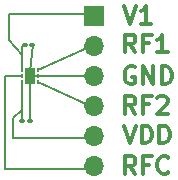
<source format=gbr>
%TF.GenerationSoftware,KiCad,Pcbnew,7.0.5-0*%
%TF.CreationDate,2024-06-02T16:21:38-07:00*%
%TF.ProjectId,PE42424A,50453432-3432-4344-912e-6b696361645f,rev?*%
%TF.SameCoordinates,Original*%
%TF.FileFunction,Copper,L1,Top*%
%TF.FilePolarity,Positive*%
%FSLAX46Y46*%
G04 Gerber Fmt 4.6, Leading zero omitted, Abs format (unit mm)*
G04 Created by KiCad (PCBNEW 7.0.5-0) date 2024-06-02 16:21:38*
%MOMM*%
%LPD*%
G01*
G04 APERTURE LIST*
G04 Aperture macros list*
%AMRoundRect*
0 Rectangle with rounded corners*
0 $1 Rounding radius*
0 $2 $3 $4 $5 $6 $7 $8 $9 X,Y pos of 4 corners*
0 Add a 4 corners polygon primitive as box body*
4,1,4,$2,$3,$4,$5,$6,$7,$8,$9,$2,$3,0*
0 Add four circle primitives for the rounded corners*
1,1,$1+$1,$2,$3*
1,1,$1+$1,$4,$5*
1,1,$1+$1,$6,$7*
1,1,$1+$1,$8,$9*
0 Add four rect primitives between the rounded corners*
20,1,$1+$1,$2,$3,$4,$5,0*
20,1,$1+$1,$4,$5,$6,$7,0*
20,1,$1+$1,$6,$7,$8,$9,0*
20,1,$1+$1,$8,$9,$2,$3,0*%
G04 Aperture macros list end*
%TA.AperFunction,NonConductor*%
%ADD10C,0.200000*%
%TD*%
%ADD11C,0.300000*%
%TA.AperFunction,NonConductor*%
%ADD12C,0.300000*%
%TD*%
%TA.AperFunction,SMDPad,CuDef*%
%ADD13R,0.279400X0.355600*%
%TD*%
%TA.AperFunction,SMDPad,CuDef*%
%ADD14R,0.812800X1.397000*%
%TD*%
%TA.AperFunction,SMDPad,CuDef*%
%ADD15RoundRect,0.100000X-0.130000X-0.100000X0.130000X-0.100000X0.130000X0.100000X-0.130000X0.100000X0*%
%TD*%
%TA.AperFunction,ComponentPad*%
%ADD16R,1.700000X1.700000*%
%TD*%
%TA.AperFunction,ComponentPad*%
%ADD17O,1.700000X1.700000*%
%TD*%
%TA.AperFunction,Conductor*%
%ADD18C,0.000000*%
%TD*%
%TA.AperFunction,Conductor*%
%ADD19C,0.200000*%
%TD*%
G04 APERTURE END LIST*
D10*
X106400000Y-75300000D02*
X106700000Y-75300000D01*
X104300000Y-70100000D02*
X110800000Y-70100000D01*
X104600000Y-78900000D02*
X104600000Y-80600000D01*
X105400000Y-75800000D02*
X105400000Y-79100000D01*
X105400000Y-78200000D02*
X104600000Y-78900000D01*
X105400000Y-75300000D02*
X104000000Y-75300000D01*
X104300000Y-72300000D02*
X104300000Y-70100000D01*
X106800000Y-74800000D02*
X110900000Y-72900000D01*
X104600000Y-80600000D02*
X110900000Y-80600000D01*
X105400000Y-73500000D02*
X104300000Y-72300000D01*
X106300000Y-72700000D02*
X106100000Y-74900000D01*
X106800000Y-75800000D02*
X110800000Y-77700000D01*
X104000000Y-75300000D02*
X104000000Y-83200000D01*
X106100000Y-79000000D02*
X106100000Y-75900000D01*
X104000000Y-83200000D02*
X111000000Y-83200000D01*
D11*
D12*
X115011653Y-73300828D02*
X114511653Y-72586542D01*
X114154510Y-73300828D02*
X114154510Y-71800828D01*
X114154510Y-71800828D02*
X114725939Y-71800828D01*
X114725939Y-71800828D02*
X114868796Y-71872257D01*
X114868796Y-71872257D02*
X114940225Y-71943685D01*
X114940225Y-71943685D02*
X115011653Y-72086542D01*
X115011653Y-72086542D02*
X115011653Y-72300828D01*
X115011653Y-72300828D02*
X114940225Y-72443685D01*
X114940225Y-72443685D02*
X114868796Y-72515114D01*
X114868796Y-72515114D02*
X114725939Y-72586542D01*
X114725939Y-72586542D02*
X114154510Y-72586542D01*
X116154510Y-72515114D02*
X115654510Y-72515114D01*
X115654510Y-73300828D02*
X115654510Y-71800828D01*
X115654510Y-71800828D02*
X116368796Y-71800828D01*
X117725939Y-73300828D02*
X116868796Y-73300828D01*
X117297367Y-73300828D02*
X117297367Y-71800828D01*
X117297367Y-71800828D02*
X117154510Y-72015114D01*
X117154510Y-72015114D02*
X117011653Y-72157971D01*
X117011653Y-72157971D02*
X116868796Y-72229400D01*
D11*
D12*
X114040225Y-79500828D02*
X114540225Y-81000828D01*
X114540225Y-81000828D02*
X115040225Y-79500828D01*
X115540224Y-81000828D02*
X115540224Y-79500828D01*
X115540224Y-79500828D02*
X115897367Y-79500828D01*
X115897367Y-79500828D02*
X116111653Y-79572257D01*
X116111653Y-79572257D02*
X116254510Y-79715114D01*
X116254510Y-79715114D02*
X116325939Y-79857971D01*
X116325939Y-79857971D02*
X116397367Y-80143685D01*
X116397367Y-80143685D02*
X116397367Y-80357971D01*
X116397367Y-80357971D02*
X116325939Y-80643685D01*
X116325939Y-80643685D02*
X116254510Y-80786542D01*
X116254510Y-80786542D02*
X116111653Y-80929400D01*
X116111653Y-80929400D02*
X115897367Y-81000828D01*
X115897367Y-81000828D02*
X115540224Y-81000828D01*
X117040224Y-81000828D02*
X117040224Y-79500828D01*
X117040224Y-79500828D02*
X117397367Y-79500828D01*
X117397367Y-79500828D02*
X117611653Y-79572257D01*
X117611653Y-79572257D02*
X117754510Y-79715114D01*
X117754510Y-79715114D02*
X117825939Y-79857971D01*
X117825939Y-79857971D02*
X117897367Y-80143685D01*
X117897367Y-80143685D02*
X117897367Y-80357971D01*
X117897367Y-80357971D02*
X117825939Y-80643685D01*
X117825939Y-80643685D02*
X117754510Y-80786542D01*
X117754510Y-80786542D02*
X117611653Y-80929400D01*
X117611653Y-80929400D02*
X117397367Y-81000828D01*
X117397367Y-81000828D02*
X117040224Y-81000828D01*
D11*
D12*
X114940225Y-74572257D02*
X114797368Y-74500828D01*
X114797368Y-74500828D02*
X114583082Y-74500828D01*
X114583082Y-74500828D02*
X114368796Y-74572257D01*
X114368796Y-74572257D02*
X114225939Y-74715114D01*
X114225939Y-74715114D02*
X114154510Y-74857971D01*
X114154510Y-74857971D02*
X114083082Y-75143685D01*
X114083082Y-75143685D02*
X114083082Y-75357971D01*
X114083082Y-75357971D02*
X114154510Y-75643685D01*
X114154510Y-75643685D02*
X114225939Y-75786542D01*
X114225939Y-75786542D02*
X114368796Y-75929400D01*
X114368796Y-75929400D02*
X114583082Y-76000828D01*
X114583082Y-76000828D02*
X114725939Y-76000828D01*
X114725939Y-76000828D02*
X114940225Y-75929400D01*
X114940225Y-75929400D02*
X115011653Y-75857971D01*
X115011653Y-75857971D02*
X115011653Y-75357971D01*
X115011653Y-75357971D02*
X114725939Y-75357971D01*
X115654510Y-76000828D02*
X115654510Y-74500828D01*
X115654510Y-74500828D02*
X116511653Y-76000828D01*
X116511653Y-76000828D02*
X116511653Y-74500828D01*
X117225939Y-76000828D02*
X117225939Y-74500828D01*
X117225939Y-74500828D02*
X117583082Y-74500828D01*
X117583082Y-74500828D02*
X117797368Y-74572257D01*
X117797368Y-74572257D02*
X117940225Y-74715114D01*
X117940225Y-74715114D02*
X118011654Y-74857971D01*
X118011654Y-74857971D02*
X118083082Y-75143685D01*
X118083082Y-75143685D02*
X118083082Y-75357971D01*
X118083082Y-75357971D02*
X118011654Y-75643685D01*
X118011654Y-75643685D02*
X117940225Y-75786542D01*
X117940225Y-75786542D02*
X117797368Y-75929400D01*
X117797368Y-75929400D02*
X117583082Y-76000828D01*
X117583082Y-76000828D02*
X117225939Y-76000828D01*
D11*
D12*
X115011653Y-83600828D02*
X114511653Y-82886542D01*
X114154510Y-83600828D02*
X114154510Y-82100828D01*
X114154510Y-82100828D02*
X114725939Y-82100828D01*
X114725939Y-82100828D02*
X114868796Y-82172257D01*
X114868796Y-82172257D02*
X114940225Y-82243685D01*
X114940225Y-82243685D02*
X115011653Y-82386542D01*
X115011653Y-82386542D02*
X115011653Y-82600828D01*
X115011653Y-82600828D02*
X114940225Y-82743685D01*
X114940225Y-82743685D02*
X114868796Y-82815114D01*
X114868796Y-82815114D02*
X114725939Y-82886542D01*
X114725939Y-82886542D02*
X114154510Y-82886542D01*
X116154510Y-82815114D02*
X115654510Y-82815114D01*
X115654510Y-83600828D02*
X115654510Y-82100828D01*
X115654510Y-82100828D02*
X116368796Y-82100828D01*
X117797367Y-83457971D02*
X117725939Y-83529400D01*
X117725939Y-83529400D02*
X117511653Y-83600828D01*
X117511653Y-83600828D02*
X117368796Y-83600828D01*
X117368796Y-83600828D02*
X117154510Y-83529400D01*
X117154510Y-83529400D02*
X117011653Y-83386542D01*
X117011653Y-83386542D02*
X116940224Y-83243685D01*
X116940224Y-83243685D02*
X116868796Y-82957971D01*
X116868796Y-82957971D02*
X116868796Y-82743685D01*
X116868796Y-82743685D02*
X116940224Y-82457971D01*
X116940224Y-82457971D02*
X117011653Y-82315114D01*
X117011653Y-82315114D02*
X117154510Y-82172257D01*
X117154510Y-82172257D02*
X117368796Y-82100828D01*
X117368796Y-82100828D02*
X117511653Y-82100828D01*
X117511653Y-82100828D02*
X117725939Y-82172257D01*
X117725939Y-82172257D02*
X117797367Y-82243685D01*
D11*
D12*
X115011653Y-78500828D02*
X114511653Y-77786542D01*
X114154510Y-78500828D02*
X114154510Y-77000828D01*
X114154510Y-77000828D02*
X114725939Y-77000828D01*
X114725939Y-77000828D02*
X114868796Y-77072257D01*
X114868796Y-77072257D02*
X114940225Y-77143685D01*
X114940225Y-77143685D02*
X115011653Y-77286542D01*
X115011653Y-77286542D02*
X115011653Y-77500828D01*
X115011653Y-77500828D02*
X114940225Y-77643685D01*
X114940225Y-77643685D02*
X114868796Y-77715114D01*
X114868796Y-77715114D02*
X114725939Y-77786542D01*
X114725939Y-77786542D02*
X114154510Y-77786542D01*
X116154510Y-77715114D02*
X115654510Y-77715114D01*
X115654510Y-78500828D02*
X115654510Y-77000828D01*
X115654510Y-77000828D02*
X116368796Y-77000828D01*
X116868796Y-77143685D02*
X116940224Y-77072257D01*
X116940224Y-77072257D02*
X117083082Y-77000828D01*
X117083082Y-77000828D02*
X117440224Y-77000828D01*
X117440224Y-77000828D02*
X117583082Y-77072257D01*
X117583082Y-77072257D02*
X117654510Y-77143685D01*
X117654510Y-77143685D02*
X117725939Y-77286542D01*
X117725939Y-77286542D02*
X117725939Y-77429400D01*
X117725939Y-77429400D02*
X117654510Y-77643685D01*
X117654510Y-77643685D02*
X116797367Y-78500828D01*
X116797367Y-78500828D02*
X117725939Y-78500828D01*
D11*
D12*
X114040225Y-69400828D02*
X114540225Y-70900828D01*
X114540225Y-70900828D02*
X115040225Y-69400828D01*
X116325939Y-70900828D02*
X115468796Y-70900828D01*
X115897367Y-70900828D02*
X115897367Y-69400828D01*
X115897367Y-69400828D02*
X115754510Y-69615114D01*
X115754510Y-69615114D02*
X115611653Y-69757971D01*
X115611653Y-69757971D02*
X115468796Y-69829400D01*
D13*
%TO.P,REF\u002A\u002A,1*%
%TO.N,N/C*%
X105439999Y-74799874D03*
%TO.P,REF\u002A\u002A,2*%
X105439999Y-75300000D03*
%TO.P,REF\u002A\u002A,3*%
X105439999Y-75800126D03*
%TO.P,REF\u002A\u002A,4*%
X106760001Y-75800126D03*
%TO.P,REF\u002A\u002A,5*%
X106760001Y-75300000D03*
%TO.P,REF\u002A\u002A,6*%
X106760001Y-74799874D03*
D14*
%TO.P,REF\u002A\u002A,7*%
X106100000Y-75300000D03*
%TD*%
D15*
%TO.P,REF\u002A\u002A,1*%
%TO.N,N/C*%
X105635000Y-72700000D03*
%TO.P,REF\u002A\u002A,2*%
X106275000Y-72700000D03*
%TD*%
D16*
%TO.P,REF\u002A\u002A,1*%
%TO.N,N/C*%
X111500000Y-70200000D03*
D17*
%TO.P,REF\u002A\u002A,2*%
X111500000Y-72740000D03*
%TO.P,REF\u002A\u002A,3*%
X111500000Y-75280000D03*
%TO.P,REF\u002A\u002A,4*%
X111500000Y-77820000D03*
%TO.P,REF\u002A\u002A,5*%
X111500000Y-80360000D03*
%TO.P,REF\u002A\u002A,6*%
X111500000Y-82900000D03*
%TD*%
D15*
%TO.P,REF\u002A\u002A,1*%
%TO.N,N/C*%
X105435000Y-79100000D03*
%TO.P,REF\u002A\u002A,2*%
X106075000Y-79100000D03*
%TD*%
D18*
%TO.N,*%
X111480000Y-75300000D02*
X111500000Y-75280000D01*
D19*
X105439999Y-72860001D02*
X105600000Y-72700000D01*
X106760001Y-75300000D02*
X111480000Y-75300000D01*
X105439999Y-74799874D02*
X105439999Y-72860001D01*
%TD*%
M02*

</source>
